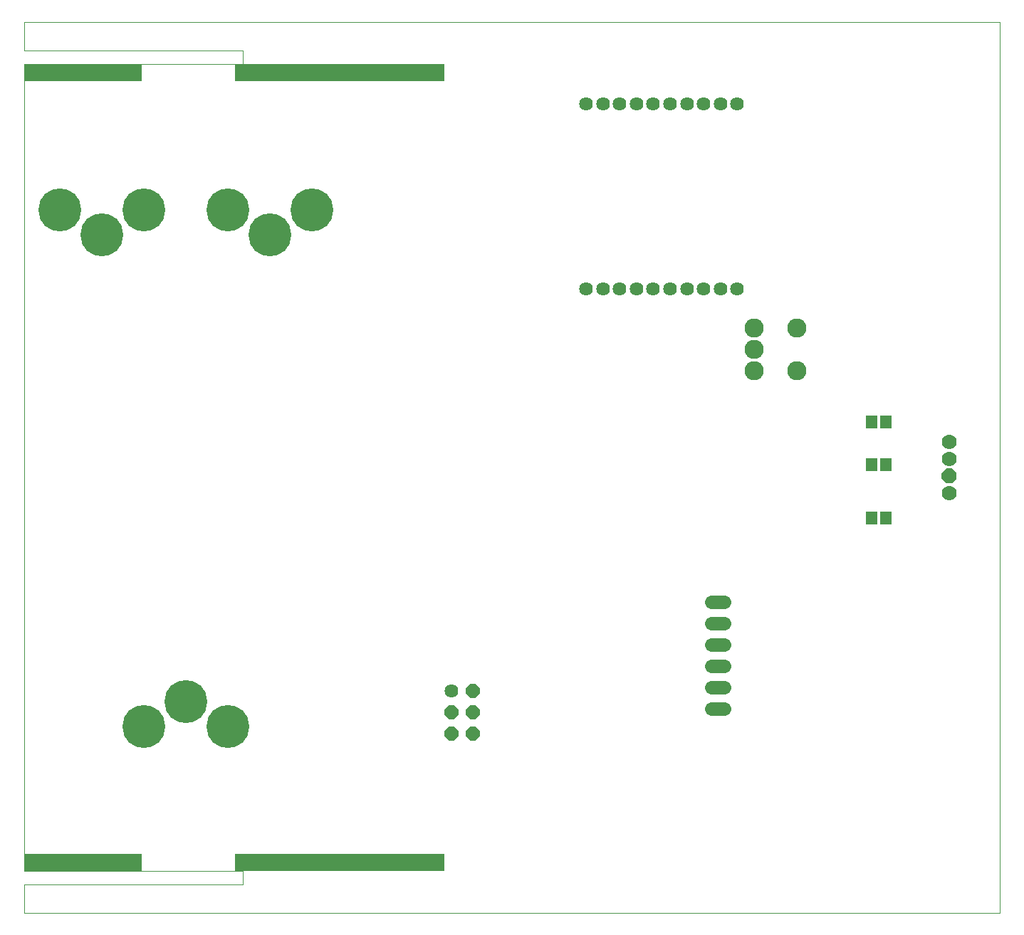
<source format=gbs>
G75*
G70*
%OFA0B0*%
%FSLAX24Y24*%
%IPPOS*%
%LPD*%
%AMOC8*
5,1,8,0,0,1.08239X$1,22.5*
%
%ADD10C,0.0000*%
%ADD11R,0.9843X0.0787*%
%ADD12R,0.5512X0.0787*%
%ADD13C,0.0640*%
%ADD14OC8,0.0640*%
%ADD15C,0.0640*%
%ADD16C,0.2009*%
%ADD17C,0.0900*%
%ADD18C,0.0700*%
%ADD19OC8,0.0700*%
%ADD20R,0.0552X0.0631*%
D10*
X000180Y000180D02*
X000180Y001519D01*
X010416Y001519D01*
X010416Y002149D01*
X000180Y002149D01*
X000180Y039944D01*
X010416Y039944D01*
X010416Y040574D01*
X000180Y040574D01*
X000180Y041912D01*
X045849Y041912D01*
X045849Y000180D01*
X000180Y000180D01*
D11*
X014944Y002542D03*
X014944Y039550D03*
D12*
X002936Y039550D03*
X002936Y002542D03*
D13*
X020180Y010580D03*
X026467Y029399D03*
X027255Y029399D03*
X028042Y029399D03*
X028830Y029399D03*
X029617Y029399D03*
X030404Y029399D03*
X031192Y029399D03*
X031979Y029399D03*
X032767Y029399D03*
X033554Y029399D03*
X033554Y038061D03*
X032767Y038061D03*
X031979Y038061D03*
X031192Y038061D03*
X030404Y038061D03*
X029617Y038061D03*
X028830Y038061D03*
X028042Y038061D03*
X027255Y038061D03*
X026467Y038061D03*
D14*
X021180Y010580D03*
X021180Y009580D03*
X021180Y008580D03*
X020180Y008580D03*
X020180Y009580D03*
D15*
X032330Y009730D02*
X032930Y009730D01*
X032930Y010730D02*
X032330Y010730D01*
X032330Y011730D02*
X032930Y011730D01*
X032930Y012730D02*
X032330Y012730D01*
X032330Y013730D02*
X032930Y013730D01*
X032930Y014730D02*
X032330Y014730D01*
D16*
X013645Y033115D03*
X011676Y031934D03*
X009708Y033115D03*
X005771Y033115D03*
X003802Y031934D03*
X001834Y033115D03*
X007739Y010068D03*
X005771Y008887D03*
X009708Y008887D03*
D17*
X034330Y025580D03*
X034330Y026580D03*
X034330Y027580D03*
X036330Y027580D03*
X036330Y025580D03*
D18*
X043487Y022246D03*
X043487Y021446D03*
X043487Y019846D03*
D19*
X043487Y020646D03*
D20*
X040515Y021180D03*
X039845Y021180D03*
X039845Y023180D03*
X040515Y023180D03*
X040515Y018680D03*
X039845Y018680D03*
M02*

</source>
